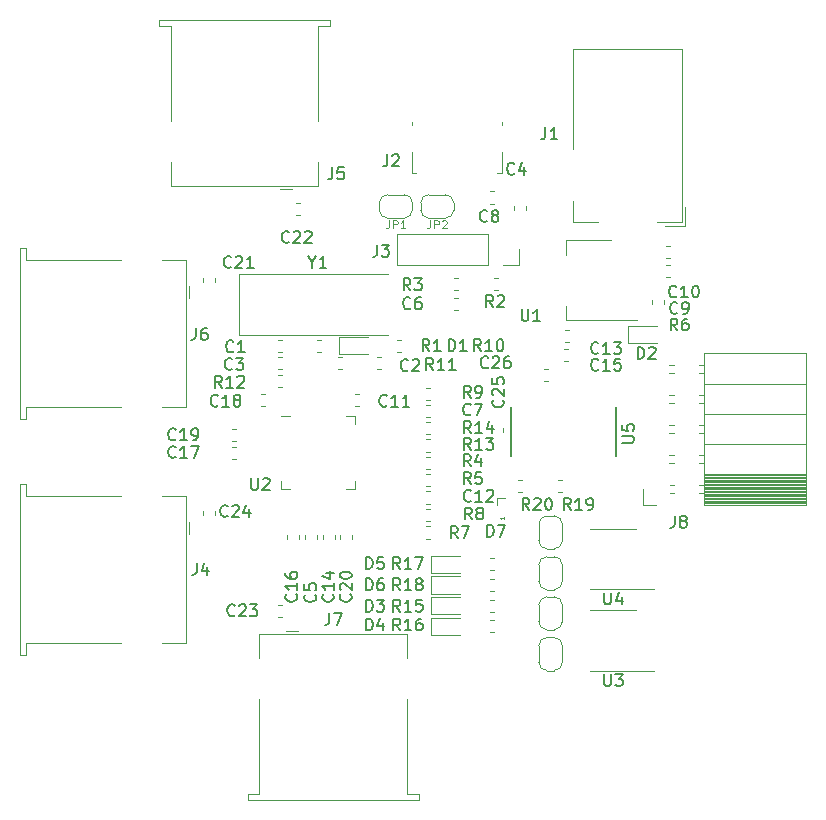
<source format=gbr>
G04 #@! TF.GenerationSoftware,KiCad,Pcbnew,5.1.5+dfsg1-2build2*
G04 #@! TF.CreationDate,2021-06-26T08:25:30+02:00*
G04 #@! TF.ProjectId,usb_switch,7573625f-7377-4697-9463-682e6b696361,rev?*
G04 #@! TF.SameCoordinates,Original*
G04 #@! TF.FileFunction,Legend,Top*
G04 #@! TF.FilePolarity,Positive*
%FSLAX46Y46*%
G04 Gerber Fmt 4.6, Leading zero omitted, Abs format (unit mm)*
G04 Created by KiCad (PCBNEW 5.1.5+dfsg1-2build2) date 2021-06-26 08:25:30*
%MOMM*%
%LPD*%
G04 APERTURE LIST*
%ADD10C,0.120000*%
%ADD11C,0.100000*%
%ADD12C,0.152400*%
%ADD13C,0.150000*%
%ADD14C,0.075000*%
G04 APERTURE END LIST*
D10*
X107010000Y-101250000D02*
X107010000Y-115750000D01*
X107010000Y-115750000D02*
X107510000Y-115750000D01*
X107510000Y-115750000D02*
X107510000Y-114750000D01*
X107510000Y-114750000D02*
X115510000Y-114750000D01*
X119010000Y-114750000D02*
X121010000Y-114750000D01*
X121010000Y-114750000D02*
X121010000Y-102250000D01*
X121010000Y-102250000D02*
X119010000Y-102250000D01*
X115510000Y-102250000D02*
X107510000Y-102250000D01*
X107510000Y-102250000D02*
X107510000Y-101250000D01*
X107510000Y-101250000D02*
X107010000Y-101250000D01*
X121260000Y-104500000D02*
X121260000Y-105500000D01*
X107010000Y-121250000D02*
X107010000Y-135750000D01*
X107010000Y-135750000D02*
X107510000Y-135750000D01*
X107510000Y-135750000D02*
X107510000Y-134750000D01*
X107510000Y-134750000D02*
X115510000Y-134750000D01*
X119010000Y-134750000D02*
X121010000Y-134750000D01*
X121010000Y-134750000D02*
X121010000Y-122250000D01*
X121010000Y-122250000D02*
X119010000Y-122250000D01*
X115510000Y-122250000D02*
X107510000Y-122250000D01*
X107510000Y-122250000D02*
X107510000Y-121250000D01*
X107510000Y-121250000D02*
X107010000Y-121250000D01*
X121260000Y-124500000D02*
X121260000Y-125500000D01*
X133250000Y-82010000D02*
X118750000Y-82010000D01*
X118750000Y-82010000D02*
X118750000Y-82510000D01*
X118750000Y-82510000D02*
X119750000Y-82510000D01*
X119750000Y-82510000D02*
X119750000Y-90510000D01*
X119750000Y-94010000D02*
X119750000Y-96010000D01*
X119750000Y-96010000D02*
X132250000Y-96010000D01*
X132250000Y-96010000D02*
X132250000Y-94010000D01*
X132250000Y-90510000D02*
X132250000Y-82510000D01*
X132250000Y-82510000D02*
X133250000Y-82510000D01*
X133250000Y-82510000D02*
X133250000Y-82010000D01*
X130000000Y-96260000D02*
X129000000Y-96260000D01*
X126250000Y-147990000D02*
X140750000Y-147990000D01*
X140750000Y-147990000D02*
X140750000Y-147490000D01*
X140750000Y-147490000D02*
X139750000Y-147490000D01*
X139750000Y-147490000D02*
X139750000Y-139490000D01*
X139750000Y-135990000D02*
X139750000Y-133990000D01*
X139750000Y-133990000D02*
X127250000Y-133990000D01*
X127250000Y-133990000D02*
X127250000Y-135990000D01*
X127250000Y-139490000D02*
X127250000Y-147490000D01*
X127250000Y-147490000D02*
X126250000Y-147490000D01*
X126250000Y-147490000D02*
X126250000Y-147990000D01*
X129500000Y-133740000D02*
X130500000Y-133740000D01*
X152837779Y-120890000D02*
X152512221Y-120890000D01*
X152837779Y-121910000D02*
X152512221Y-121910000D01*
D11*
X147400000Y-122400000D02*
X147400000Y-123050000D01*
X148050000Y-122400000D02*
X147400000Y-122400000D01*
D10*
X149153733Y-121910000D02*
X149496267Y-121910000D01*
X149153733Y-120890000D02*
X149496267Y-120890000D01*
X160860000Y-123010000D02*
X159750000Y-123010000D01*
X159750000Y-123010000D02*
X159750000Y-121680000D01*
X173490000Y-123010000D02*
X173490000Y-110190000D01*
X173490000Y-110190000D02*
X164860000Y-110190000D01*
X164860000Y-123010000D02*
X164860000Y-110190000D01*
X173490000Y-123010000D02*
X164860000Y-123010000D01*
X173490000Y-112790000D02*
X164860000Y-112790000D01*
X173490000Y-115330000D02*
X164860000Y-115330000D01*
X173490000Y-117870000D02*
X164860000Y-117870000D01*
X173490000Y-120410000D02*
X164860000Y-120410000D01*
X162350000Y-111160000D02*
X161910000Y-111160000D01*
X164860000Y-111160000D02*
X164450000Y-111160000D01*
X162350000Y-111880000D02*
X161910000Y-111880000D01*
X164860000Y-111880000D02*
X164450000Y-111880000D01*
X162350000Y-113700000D02*
X161910000Y-113700000D01*
X164860000Y-113700000D02*
X164450000Y-113700000D01*
X162350000Y-114420000D02*
X161910000Y-114420000D01*
X164860000Y-114420000D02*
X164450000Y-114420000D01*
X162350000Y-116240000D02*
X161910000Y-116240000D01*
X164860000Y-116240000D02*
X164450000Y-116240000D01*
X162350000Y-116960000D02*
X161910000Y-116960000D01*
X164860000Y-116960000D02*
X164450000Y-116960000D01*
X162350000Y-118780000D02*
X161910000Y-118780000D01*
X164860000Y-118780000D02*
X164450000Y-118780000D01*
X162350000Y-119500000D02*
X161910000Y-119500000D01*
X164860000Y-119500000D02*
X164450000Y-119500000D01*
X162350000Y-121320000D02*
X161970000Y-121320000D01*
X164860000Y-121320000D02*
X164450000Y-121320000D01*
X162350000Y-122040000D02*
X161970000Y-122040000D01*
X164860000Y-122040000D02*
X164450000Y-122040000D01*
X173490000Y-120528100D02*
X164860000Y-120528100D01*
X173490000Y-120646195D02*
X164860000Y-120646195D01*
X173490000Y-120764290D02*
X164860000Y-120764290D01*
X173490000Y-120882385D02*
X164860000Y-120882385D01*
X173490000Y-121000480D02*
X164860000Y-121000480D01*
X173490000Y-121118575D02*
X164860000Y-121118575D01*
X173490000Y-121236670D02*
X164860000Y-121236670D01*
X173490000Y-121354765D02*
X164860000Y-121354765D01*
X173490000Y-121472860D02*
X164860000Y-121472860D01*
X173490000Y-121590955D02*
X164860000Y-121590955D01*
X173490000Y-121709050D02*
X164860000Y-121709050D01*
X173490000Y-121827145D02*
X164860000Y-121827145D01*
X173490000Y-121945240D02*
X164860000Y-121945240D01*
X173490000Y-122063335D02*
X164860000Y-122063335D01*
X173490000Y-122181430D02*
X164860000Y-122181430D01*
X173490000Y-122299525D02*
X164860000Y-122299525D01*
X173490000Y-122417620D02*
X164860000Y-122417620D01*
X173490000Y-122535715D02*
X164860000Y-122535715D01*
X173490000Y-122653810D02*
X164860000Y-122653810D01*
X173490000Y-122771905D02*
X164860000Y-122771905D01*
X173490000Y-122890000D02*
X164860000Y-122890000D01*
X151696267Y-111490000D02*
X151353733Y-111490000D01*
X151696267Y-112510000D02*
X151353733Y-112510000D01*
X147910000Y-116846267D02*
X147910000Y-116503733D01*
X146890000Y-116846267D02*
X146890000Y-116503733D01*
D12*
X148548000Y-114723000D02*
X148548000Y-118877000D01*
X157452000Y-118877000D02*
X157452000Y-114723000D01*
D10*
X134585000Y-115490000D02*
X135310000Y-115490000D01*
X135310000Y-115490000D02*
X135310000Y-116215000D01*
X129815000Y-121710000D02*
X129090000Y-121710000D01*
X129090000Y-121710000D02*
X129090000Y-120985000D01*
X134585000Y-121710000D02*
X135310000Y-121710000D01*
X135310000Y-121710000D02*
X135310000Y-120985000D01*
X129815000Y-115490000D02*
X129090000Y-115490000D01*
X161510000Y-105703733D02*
X161510000Y-106046267D01*
X160490000Y-105703733D02*
X160490000Y-106046267D01*
X141353733Y-121890000D02*
X141696267Y-121890000D01*
X141353733Y-122910000D02*
X141696267Y-122910000D01*
X125500000Y-108600000D02*
X138100000Y-108600000D01*
X125500000Y-103500000D02*
X125500000Y-108600000D01*
X138100000Y-103500000D02*
X125500000Y-103500000D01*
X150900000Y-129500000D02*
X150900000Y-128100000D01*
X151600000Y-127400000D02*
X152200000Y-127400000D01*
X152900000Y-128100000D02*
X152900000Y-129500000D01*
X152200000Y-130200000D02*
X151600000Y-130200000D01*
X151600000Y-130200000D02*
G75*
G02X150900000Y-129500000I0J700000D01*
G01*
X152900000Y-129500000D02*
G75*
G02X152200000Y-130200000I-700000J0D01*
G01*
X152200000Y-127400000D02*
G75*
G02X152900000Y-128100000I0J-700000D01*
G01*
X150900000Y-128100000D02*
G75*
G02X151600000Y-127400000I700000J0D01*
G01*
X152900000Y-124650000D02*
X152900000Y-126050000D01*
X152200000Y-126750000D02*
X151600000Y-126750000D01*
X150900000Y-126050000D02*
X150900000Y-124650000D01*
X151600000Y-123950000D02*
X152200000Y-123950000D01*
X152200000Y-123950000D02*
G75*
G02X152900000Y-124650000I0J-700000D01*
G01*
X150900000Y-124650000D02*
G75*
G02X151600000Y-123950000I700000J0D01*
G01*
X151600000Y-126750000D02*
G75*
G02X150900000Y-126050000I0J700000D01*
G01*
X152900000Y-126050000D02*
G75*
G02X152200000Y-126750000I-700000J0D01*
G01*
X150900000Y-136350000D02*
X150900000Y-134950000D01*
X151600000Y-134250000D02*
X152200000Y-134250000D01*
X152900000Y-134950000D02*
X152900000Y-136350000D01*
X152200000Y-137050000D02*
X151600000Y-137050000D01*
X151600000Y-137050000D02*
G75*
G02X150900000Y-136350000I0J700000D01*
G01*
X152900000Y-136350000D02*
G75*
G02X152200000Y-137050000I-700000J0D01*
G01*
X152200000Y-134250000D02*
G75*
G02X152900000Y-134950000I0J-700000D01*
G01*
X150900000Y-134950000D02*
G75*
G02X151600000Y-134250000I700000J0D01*
G01*
X152900000Y-131500000D02*
X152900000Y-132900000D01*
X152200000Y-133600000D02*
X151600000Y-133600000D01*
X150900000Y-132900000D02*
X150900000Y-131500000D01*
X151600000Y-130800000D02*
X152200000Y-130800000D01*
X152200000Y-130800000D02*
G75*
G02X152900000Y-131500000I0J-700000D01*
G01*
X150900000Y-131500000D02*
G75*
G02X151600000Y-130800000I700000J0D01*
G01*
X151600000Y-133600000D02*
G75*
G02X150900000Y-132900000I0J700000D01*
G01*
X152900000Y-132900000D02*
G75*
G02X152200000Y-133600000I-700000J0D01*
G01*
X129146267Y-110060000D02*
X128803733Y-110060000D01*
X129146267Y-109040000D02*
X128803733Y-109040000D01*
X133903733Y-111560000D02*
X134246267Y-111560000D01*
X133903733Y-110540000D02*
X134246267Y-110540000D01*
X129196267Y-110540000D02*
X128853733Y-110540000D01*
X129196267Y-111560000D02*
X128853733Y-111560000D01*
X148790000Y-98046267D02*
X148790000Y-97703733D01*
X149810000Y-98046267D02*
X149810000Y-97703733D01*
X132110000Y-125578733D02*
X132110000Y-125921267D01*
X131090000Y-125578733D02*
X131090000Y-125921267D01*
X144071267Y-105490000D02*
X143728733Y-105490000D01*
X144071267Y-106510000D02*
X143728733Y-106510000D01*
X141353733Y-115575714D02*
X141696267Y-115575714D01*
X141353733Y-114555714D02*
X141696267Y-114555714D01*
X146728733Y-97510000D02*
X147071267Y-97510000D01*
X146728733Y-96490000D02*
X147071267Y-96490000D01*
X161703733Y-103710000D02*
X162046267Y-103710000D01*
X161703733Y-102690000D02*
X162046267Y-102690000D01*
X161703733Y-102110000D02*
X162046267Y-102110000D01*
X161703733Y-101090000D02*
X162046267Y-101090000D01*
X135378733Y-113640000D02*
X135721267Y-113640000D01*
X135378733Y-114660000D02*
X135721267Y-114660000D01*
X153371267Y-110810000D02*
X153028733Y-110810000D01*
X153371267Y-109790000D02*
X153028733Y-109790000D01*
X132590000Y-125578733D02*
X132590000Y-125921267D01*
X133610000Y-125578733D02*
X133610000Y-125921267D01*
X153421267Y-109260000D02*
X153078733Y-109260000D01*
X153421267Y-108240000D02*
X153078733Y-108240000D01*
X130610000Y-125578733D02*
X130610000Y-125921267D01*
X129590000Y-125578733D02*
X129590000Y-125921267D01*
X125271267Y-119110000D02*
X124928733Y-119110000D01*
X125271267Y-118090000D02*
X124928733Y-118090000D01*
X127721267Y-113640000D02*
X127378733Y-113640000D01*
X127721267Y-114660000D02*
X127378733Y-114660000D01*
X125246267Y-117610000D02*
X124903733Y-117610000D01*
X125246267Y-116590000D02*
X124903733Y-116590000D01*
X134090000Y-125578733D02*
X134090000Y-125921267D01*
X135110000Y-125578733D02*
X135110000Y-125921267D01*
X123510000Y-104171267D02*
X123510000Y-103828733D01*
X122490000Y-104171267D02*
X122490000Y-103828733D01*
X130328733Y-97490000D02*
X130671267Y-97490000D01*
X130328733Y-98510000D02*
X130671267Y-98510000D01*
X129171267Y-131490000D02*
X128828733Y-131490000D01*
X129171267Y-132510000D02*
X128828733Y-132510000D01*
X122490000Y-123921267D02*
X122490000Y-123578733D01*
X123510000Y-123921267D02*
X123510000Y-123578733D01*
X136475000Y-108815000D02*
X134015000Y-108815000D01*
X134015000Y-108815000D02*
X134015000Y-110285000D01*
X134015000Y-110285000D02*
X136475000Y-110285000D01*
X158415000Y-109335000D02*
X160875000Y-109335000D01*
X158415000Y-107865000D02*
X158415000Y-109335000D01*
X160875000Y-107865000D02*
X158415000Y-107865000D01*
X144250000Y-130815000D02*
X141790000Y-130815000D01*
X141790000Y-130815000D02*
X141790000Y-132285000D01*
X141790000Y-132285000D02*
X144250000Y-132285000D01*
X141790000Y-134035000D02*
X144250000Y-134035000D01*
X141790000Y-132565000D02*
X141790000Y-134035000D01*
X144250000Y-132565000D02*
X141790000Y-132565000D01*
X144250000Y-127315000D02*
X141790000Y-127315000D01*
X141790000Y-127315000D02*
X141790000Y-128785000D01*
X141790000Y-128785000D02*
X144250000Y-128785000D01*
X141790000Y-130535000D02*
X144250000Y-130535000D01*
X141790000Y-129065000D02*
X141790000Y-130535000D01*
X144250000Y-129065000D02*
X141790000Y-129065000D01*
X153800000Y-92900000D02*
X153800000Y-84400000D01*
X153800000Y-84400000D02*
X163000000Y-84400000D01*
X163000000Y-84400000D02*
X163000000Y-99100000D01*
X155900000Y-99100000D02*
X153800000Y-99100000D01*
X153800000Y-99100000D02*
X153800000Y-97300000D01*
X161600000Y-99400000D02*
X163300000Y-99400000D01*
X163300000Y-99400000D02*
X163300000Y-97800000D01*
X163000000Y-99100000D02*
X160900000Y-99100000D01*
X140140000Y-94910000D02*
X140520000Y-94910000D01*
X140140000Y-90860000D02*
X140140000Y-90600000D01*
X140140000Y-94910000D02*
X140140000Y-93140000D01*
X147760000Y-94910000D02*
X147380000Y-94910000D01*
X147760000Y-93140000D02*
X147760000Y-94910000D01*
X147760000Y-90600000D02*
X147760000Y-90860000D01*
X146610000Y-100070000D02*
X146610000Y-102730000D01*
X146610000Y-100070000D02*
X138930000Y-100070000D01*
X138930000Y-100070000D02*
X138930000Y-102730000D01*
X146610000Y-102730000D02*
X138930000Y-102730000D01*
X149210000Y-102730000D02*
X147880000Y-102730000D01*
X149210000Y-101400000D02*
X149210000Y-102730000D01*
X139500000Y-98750000D02*
X138100000Y-98750000D01*
X137400000Y-98050000D02*
X137400000Y-97450000D01*
X138100000Y-96750000D02*
X139500000Y-96750000D01*
X140200000Y-97450000D02*
X140200000Y-98050000D01*
X140200000Y-98050000D02*
G75*
G02X139500000Y-98750000I-700000J0D01*
G01*
X139500000Y-96750000D02*
G75*
G02X140200000Y-97450000I0J-700000D01*
G01*
X137400000Y-97450000D02*
G75*
G02X138100000Y-96750000I700000J0D01*
G01*
X138100000Y-98750000D02*
G75*
G02X137400000Y-98050000I0J700000D01*
G01*
X141600000Y-98750000D02*
G75*
G02X140900000Y-98050000I0J700000D01*
G01*
X140900000Y-97450000D02*
G75*
G02X141600000Y-96750000I700000J0D01*
G01*
X143000000Y-96750000D02*
G75*
G02X143700000Y-97450000I0J-700000D01*
G01*
X143700000Y-98050000D02*
G75*
G02X143000000Y-98750000I-700000J0D01*
G01*
X143700000Y-97450000D02*
X143700000Y-98050000D01*
X141600000Y-96750000D02*
X143000000Y-96750000D01*
X140900000Y-98050000D02*
X140900000Y-97450000D01*
X143000000Y-98750000D02*
X141600000Y-98750000D01*
X132128733Y-109040000D02*
X132471267Y-109040000D01*
X132128733Y-110060000D02*
X132471267Y-110060000D01*
X147103733Y-104810000D02*
X147446267Y-104810000D01*
X147103733Y-103790000D02*
X147446267Y-103790000D01*
X144071267Y-104810000D02*
X143728733Y-104810000D01*
X144071267Y-103790000D02*
X143728733Y-103790000D01*
X141696267Y-118952856D02*
X141353733Y-118952856D01*
X141696267Y-119972856D02*
X141353733Y-119972856D01*
X141353733Y-120418570D02*
X141696267Y-120418570D01*
X141353733Y-121438570D02*
X141696267Y-121438570D01*
X141696267Y-124849998D02*
X141353733Y-124849998D01*
X141696267Y-125869998D02*
X141353733Y-125869998D01*
X141353733Y-123384284D02*
X141696267Y-123384284D01*
X141353733Y-124404284D02*
X141696267Y-124404284D01*
X141696267Y-113090000D02*
X141353733Y-113090000D01*
X141696267Y-114110000D02*
X141353733Y-114110000D01*
X138878733Y-110060000D02*
X139221267Y-110060000D01*
X138878733Y-109040000D02*
X139221267Y-109040000D01*
X137571267Y-110540000D02*
X137228733Y-110540000D01*
X137571267Y-111560000D02*
X137228733Y-111560000D01*
X129196267Y-113060000D02*
X128853733Y-113060000D01*
X129196267Y-112040000D02*
X128853733Y-112040000D01*
X141696267Y-117487142D02*
X141353733Y-117487142D01*
X141696267Y-118507142D02*
X141353733Y-118507142D01*
X141353733Y-116021428D02*
X141696267Y-116021428D01*
X141353733Y-117041428D02*
X141696267Y-117041428D01*
X147121267Y-132060000D02*
X146778733Y-132060000D01*
X147121267Y-131040000D02*
X146778733Y-131040000D01*
X147146267Y-132790000D02*
X146803733Y-132790000D01*
X147146267Y-133810000D02*
X146803733Y-133810000D01*
X147121267Y-128560000D02*
X146778733Y-128560000D01*
X147121267Y-127540000D02*
X146778733Y-127540000D01*
X147121267Y-129290000D02*
X146778733Y-129290000D01*
X147121267Y-130310000D02*
X146778733Y-130310000D01*
X153240000Y-100590000D02*
X153240000Y-101850000D01*
X153240000Y-107410000D02*
X153240000Y-106150000D01*
X157000000Y-100590000D02*
X153240000Y-100590000D01*
X159250000Y-107410000D02*
X153240000Y-107410000D01*
X157200000Y-137060000D02*
X160650000Y-137060000D01*
X157200000Y-137060000D02*
X155250000Y-137060000D01*
X157200000Y-131940000D02*
X159150000Y-131940000D01*
X157200000Y-131940000D02*
X155250000Y-131940000D01*
X157200000Y-125040000D02*
X155250000Y-125040000D01*
X157200000Y-125040000D02*
X159150000Y-125040000D01*
X157200000Y-130160000D02*
X155250000Y-130160000D01*
X157200000Y-130160000D02*
X160650000Y-130160000D01*
D13*
X121866666Y-108052380D02*
X121866666Y-108766666D01*
X121819047Y-108909523D01*
X121723809Y-109004761D01*
X121580952Y-109052380D01*
X121485714Y-109052380D01*
X122771428Y-108052380D02*
X122580952Y-108052380D01*
X122485714Y-108100000D01*
X122438095Y-108147619D01*
X122342857Y-108290476D01*
X122295238Y-108480952D01*
X122295238Y-108861904D01*
X122342857Y-108957142D01*
X122390476Y-109004761D01*
X122485714Y-109052380D01*
X122676190Y-109052380D01*
X122771428Y-109004761D01*
X122819047Y-108957142D01*
X122866666Y-108861904D01*
X122866666Y-108623809D01*
X122819047Y-108528571D01*
X122771428Y-108480952D01*
X122676190Y-108433333D01*
X122485714Y-108433333D01*
X122390476Y-108480952D01*
X122342857Y-108528571D01*
X122295238Y-108623809D01*
X121926666Y-127952380D02*
X121926666Y-128666666D01*
X121879047Y-128809523D01*
X121783809Y-128904761D01*
X121640952Y-128952380D01*
X121545714Y-128952380D01*
X122831428Y-128285714D02*
X122831428Y-128952380D01*
X122593333Y-127904761D02*
X122355238Y-128619047D01*
X122974285Y-128619047D01*
X133416666Y-94452380D02*
X133416666Y-95166666D01*
X133369047Y-95309523D01*
X133273809Y-95404761D01*
X133130952Y-95452380D01*
X133035714Y-95452380D01*
X134369047Y-94452380D02*
X133892857Y-94452380D01*
X133845238Y-94928571D01*
X133892857Y-94880952D01*
X133988095Y-94833333D01*
X134226190Y-94833333D01*
X134321428Y-94880952D01*
X134369047Y-94928571D01*
X134416666Y-95023809D01*
X134416666Y-95261904D01*
X134369047Y-95357142D01*
X134321428Y-95404761D01*
X134226190Y-95452380D01*
X133988095Y-95452380D01*
X133892857Y-95404761D01*
X133845238Y-95357142D01*
X133166666Y-132192380D02*
X133166666Y-132906666D01*
X133119047Y-133049523D01*
X133023809Y-133144761D01*
X132880952Y-133192380D01*
X132785714Y-133192380D01*
X133547619Y-132192380D02*
X134214285Y-132192380D01*
X133785714Y-133192380D01*
X153607142Y-123452380D02*
X153273809Y-122976190D01*
X153035714Y-123452380D02*
X153035714Y-122452380D01*
X153416666Y-122452380D01*
X153511904Y-122500000D01*
X153559523Y-122547619D01*
X153607142Y-122642857D01*
X153607142Y-122785714D01*
X153559523Y-122880952D01*
X153511904Y-122928571D01*
X153416666Y-122976190D01*
X153035714Y-122976190D01*
X154559523Y-123452380D02*
X153988095Y-123452380D01*
X154273809Y-123452380D02*
X154273809Y-122452380D01*
X154178571Y-122595238D01*
X154083333Y-122690476D01*
X153988095Y-122738095D01*
X155035714Y-123452380D02*
X155226190Y-123452380D01*
X155321428Y-123404761D01*
X155369047Y-123357142D01*
X155464285Y-123214285D01*
X155511904Y-123023809D01*
X155511904Y-122642857D01*
X155464285Y-122547619D01*
X155416666Y-122500000D01*
X155321428Y-122452380D01*
X155130952Y-122452380D01*
X155035714Y-122500000D01*
X154988095Y-122547619D01*
X154940476Y-122642857D01*
X154940476Y-122880952D01*
X154988095Y-122976190D01*
X155035714Y-123023809D01*
X155130952Y-123071428D01*
X155321428Y-123071428D01*
X155416666Y-123023809D01*
X155464285Y-122976190D01*
X155511904Y-122880952D01*
X146511904Y-125702380D02*
X146511904Y-124702380D01*
X146750000Y-124702380D01*
X146892857Y-124750000D01*
X146988095Y-124845238D01*
X147035714Y-124940476D01*
X147083333Y-125130952D01*
X147083333Y-125273809D01*
X147035714Y-125464285D01*
X146988095Y-125559523D01*
X146892857Y-125654761D01*
X146750000Y-125702380D01*
X146511904Y-125702380D01*
X147416666Y-124702380D02*
X148083333Y-124702380D01*
X147654761Y-125702380D01*
D14*
X147935714Y-124089285D02*
X147935714Y-124260714D01*
X147935714Y-124175000D02*
X147635714Y-124175000D01*
X147678571Y-124203571D01*
X147707142Y-124232142D01*
X147721428Y-124260714D01*
D13*
X150107142Y-123452380D02*
X149773809Y-122976190D01*
X149535714Y-123452380D02*
X149535714Y-122452380D01*
X149916666Y-122452380D01*
X150011904Y-122500000D01*
X150059523Y-122547619D01*
X150107142Y-122642857D01*
X150107142Y-122785714D01*
X150059523Y-122880952D01*
X150011904Y-122928571D01*
X149916666Y-122976190D01*
X149535714Y-122976190D01*
X150488095Y-122547619D02*
X150535714Y-122500000D01*
X150630952Y-122452380D01*
X150869047Y-122452380D01*
X150964285Y-122500000D01*
X151011904Y-122547619D01*
X151059523Y-122642857D01*
X151059523Y-122738095D01*
X151011904Y-122880952D01*
X150440476Y-123452380D01*
X151059523Y-123452380D01*
X151678571Y-122452380D02*
X151773809Y-122452380D01*
X151869047Y-122500000D01*
X151916666Y-122547619D01*
X151964285Y-122642857D01*
X152011904Y-122833333D01*
X152011904Y-123071428D01*
X151964285Y-123261904D01*
X151916666Y-123357142D01*
X151869047Y-123404761D01*
X151773809Y-123452380D01*
X151678571Y-123452380D01*
X151583333Y-123404761D01*
X151535714Y-123357142D01*
X151488095Y-123261904D01*
X151440476Y-123071428D01*
X151440476Y-122833333D01*
X151488095Y-122642857D01*
X151535714Y-122547619D01*
X151583333Y-122500000D01*
X151678571Y-122452380D01*
X162416666Y-123952380D02*
X162416666Y-124666666D01*
X162369047Y-124809523D01*
X162273809Y-124904761D01*
X162130952Y-124952380D01*
X162035714Y-124952380D01*
X163035714Y-124380952D02*
X162940476Y-124333333D01*
X162892857Y-124285714D01*
X162845238Y-124190476D01*
X162845238Y-124142857D01*
X162892857Y-124047619D01*
X162940476Y-124000000D01*
X163035714Y-123952380D01*
X163226190Y-123952380D01*
X163321428Y-124000000D01*
X163369047Y-124047619D01*
X163416666Y-124142857D01*
X163416666Y-124190476D01*
X163369047Y-124285714D01*
X163321428Y-124333333D01*
X163226190Y-124380952D01*
X163035714Y-124380952D01*
X162940476Y-124428571D01*
X162892857Y-124476190D01*
X162845238Y-124571428D01*
X162845238Y-124761904D01*
X162892857Y-124857142D01*
X162940476Y-124904761D01*
X163035714Y-124952380D01*
X163226190Y-124952380D01*
X163321428Y-124904761D01*
X163369047Y-124857142D01*
X163416666Y-124761904D01*
X163416666Y-124571428D01*
X163369047Y-124476190D01*
X163321428Y-124428571D01*
X163226190Y-124380952D01*
X146607142Y-111357142D02*
X146559523Y-111404761D01*
X146416666Y-111452380D01*
X146321428Y-111452380D01*
X146178571Y-111404761D01*
X146083333Y-111309523D01*
X146035714Y-111214285D01*
X145988095Y-111023809D01*
X145988095Y-110880952D01*
X146035714Y-110690476D01*
X146083333Y-110595238D01*
X146178571Y-110500000D01*
X146321428Y-110452380D01*
X146416666Y-110452380D01*
X146559523Y-110500000D01*
X146607142Y-110547619D01*
X146988095Y-110547619D02*
X147035714Y-110500000D01*
X147130952Y-110452380D01*
X147369047Y-110452380D01*
X147464285Y-110500000D01*
X147511904Y-110547619D01*
X147559523Y-110642857D01*
X147559523Y-110738095D01*
X147511904Y-110880952D01*
X146940476Y-111452380D01*
X147559523Y-111452380D01*
X148416666Y-110452380D02*
X148226190Y-110452380D01*
X148130952Y-110500000D01*
X148083333Y-110547619D01*
X147988095Y-110690476D01*
X147940476Y-110880952D01*
X147940476Y-111261904D01*
X147988095Y-111357142D01*
X148035714Y-111404761D01*
X148130952Y-111452380D01*
X148321428Y-111452380D01*
X148416666Y-111404761D01*
X148464285Y-111357142D01*
X148511904Y-111261904D01*
X148511904Y-111023809D01*
X148464285Y-110928571D01*
X148416666Y-110880952D01*
X148321428Y-110833333D01*
X148130952Y-110833333D01*
X148035714Y-110880952D01*
X147988095Y-110928571D01*
X147940476Y-111023809D01*
X147857142Y-114142857D02*
X147904761Y-114190476D01*
X147952380Y-114333333D01*
X147952380Y-114428571D01*
X147904761Y-114571428D01*
X147809523Y-114666666D01*
X147714285Y-114714285D01*
X147523809Y-114761904D01*
X147380952Y-114761904D01*
X147190476Y-114714285D01*
X147095238Y-114666666D01*
X147000000Y-114571428D01*
X146952380Y-114428571D01*
X146952380Y-114333333D01*
X147000000Y-114190476D01*
X147047619Y-114142857D01*
X147047619Y-113761904D02*
X147000000Y-113714285D01*
X146952380Y-113619047D01*
X146952380Y-113380952D01*
X147000000Y-113285714D01*
X147047619Y-113238095D01*
X147142857Y-113190476D01*
X147238095Y-113190476D01*
X147380952Y-113238095D01*
X147952380Y-113809523D01*
X147952380Y-113190476D01*
X146952380Y-112285714D02*
X146952380Y-112761904D01*
X147428571Y-112809523D01*
X147380952Y-112761904D01*
X147333333Y-112666666D01*
X147333333Y-112428571D01*
X147380952Y-112333333D01*
X147428571Y-112285714D01*
X147523809Y-112238095D01*
X147761904Y-112238095D01*
X147857142Y-112285714D01*
X147904761Y-112333333D01*
X147952380Y-112428571D01*
X147952380Y-112666666D01*
X147904761Y-112761904D01*
X147857142Y-112809523D01*
X157952380Y-117761904D02*
X158761904Y-117761904D01*
X158857142Y-117714285D01*
X158904761Y-117666666D01*
X158952380Y-117571428D01*
X158952380Y-117380952D01*
X158904761Y-117285714D01*
X158857142Y-117238095D01*
X158761904Y-117190476D01*
X157952380Y-117190476D01*
X157952380Y-116238095D02*
X157952380Y-116714285D01*
X158428571Y-116761904D01*
X158380952Y-116714285D01*
X158333333Y-116619047D01*
X158333333Y-116380952D01*
X158380952Y-116285714D01*
X158428571Y-116238095D01*
X158523809Y-116190476D01*
X158761904Y-116190476D01*
X158857142Y-116238095D01*
X158904761Y-116285714D01*
X158952380Y-116380952D01*
X158952380Y-116619047D01*
X158904761Y-116714285D01*
X158857142Y-116761904D01*
X126538095Y-120752380D02*
X126538095Y-121561904D01*
X126585714Y-121657142D01*
X126633333Y-121704761D01*
X126728571Y-121752380D01*
X126919047Y-121752380D01*
X127014285Y-121704761D01*
X127061904Y-121657142D01*
X127109523Y-121561904D01*
X127109523Y-120752380D01*
X127538095Y-120847619D02*
X127585714Y-120800000D01*
X127680952Y-120752380D01*
X127919047Y-120752380D01*
X128014285Y-120800000D01*
X128061904Y-120847619D01*
X128109523Y-120942857D01*
X128109523Y-121038095D01*
X128061904Y-121180952D01*
X127490476Y-121752380D01*
X128109523Y-121752380D01*
X162633333Y-108252380D02*
X162300000Y-107776190D01*
X162061904Y-108252380D02*
X162061904Y-107252380D01*
X162442857Y-107252380D01*
X162538095Y-107300000D01*
X162585714Y-107347619D01*
X162633333Y-107442857D01*
X162633333Y-107585714D01*
X162585714Y-107680952D01*
X162538095Y-107728571D01*
X162442857Y-107776190D01*
X162061904Y-107776190D01*
X163490476Y-107252380D02*
X163300000Y-107252380D01*
X163204761Y-107300000D01*
X163157142Y-107347619D01*
X163061904Y-107490476D01*
X163014285Y-107680952D01*
X163014285Y-108061904D01*
X163061904Y-108157142D01*
X163109523Y-108204761D01*
X163204761Y-108252380D01*
X163395238Y-108252380D01*
X163490476Y-108204761D01*
X163538095Y-108157142D01*
X163585714Y-108061904D01*
X163585714Y-107823809D01*
X163538095Y-107728571D01*
X163490476Y-107680952D01*
X163395238Y-107633333D01*
X163204761Y-107633333D01*
X163109523Y-107680952D01*
X163061904Y-107728571D01*
X163014285Y-107823809D01*
X145157142Y-122657142D02*
X145109523Y-122704761D01*
X144966666Y-122752380D01*
X144871428Y-122752380D01*
X144728571Y-122704761D01*
X144633333Y-122609523D01*
X144585714Y-122514285D01*
X144538095Y-122323809D01*
X144538095Y-122180952D01*
X144585714Y-121990476D01*
X144633333Y-121895238D01*
X144728571Y-121800000D01*
X144871428Y-121752380D01*
X144966666Y-121752380D01*
X145109523Y-121800000D01*
X145157142Y-121847619D01*
X146109523Y-122752380D02*
X145538095Y-122752380D01*
X145823809Y-122752380D02*
X145823809Y-121752380D01*
X145728571Y-121895238D01*
X145633333Y-121990476D01*
X145538095Y-122038095D01*
X146490476Y-121847619D02*
X146538095Y-121800000D01*
X146633333Y-121752380D01*
X146871428Y-121752380D01*
X146966666Y-121800000D01*
X147014285Y-121847619D01*
X147061904Y-121942857D01*
X147061904Y-122038095D01*
X147014285Y-122180952D01*
X146442857Y-122752380D01*
X147061904Y-122752380D01*
X131723809Y-102476190D02*
X131723809Y-102952380D01*
X131390476Y-101952380D02*
X131723809Y-102476190D01*
X132057142Y-101952380D01*
X132914285Y-102952380D02*
X132342857Y-102952380D01*
X132628571Y-102952380D02*
X132628571Y-101952380D01*
X132533333Y-102095238D01*
X132438095Y-102190476D01*
X132342857Y-102238095D01*
X125033333Y-110007142D02*
X124985714Y-110054761D01*
X124842857Y-110102380D01*
X124747619Y-110102380D01*
X124604761Y-110054761D01*
X124509523Y-109959523D01*
X124461904Y-109864285D01*
X124414285Y-109673809D01*
X124414285Y-109530952D01*
X124461904Y-109340476D01*
X124509523Y-109245238D01*
X124604761Y-109150000D01*
X124747619Y-109102380D01*
X124842857Y-109102380D01*
X124985714Y-109150000D01*
X125033333Y-109197619D01*
X125985714Y-110102380D02*
X125414285Y-110102380D01*
X125700000Y-110102380D02*
X125700000Y-109102380D01*
X125604761Y-109245238D01*
X125509523Y-109340476D01*
X125414285Y-109388095D01*
X139833333Y-111607142D02*
X139785714Y-111654761D01*
X139642857Y-111702380D01*
X139547619Y-111702380D01*
X139404761Y-111654761D01*
X139309523Y-111559523D01*
X139261904Y-111464285D01*
X139214285Y-111273809D01*
X139214285Y-111130952D01*
X139261904Y-110940476D01*
X139309523Y-110845238D01*
X139404761Y-110750000D01*
X139547619Y-110702380D01*
X139642857Y-110702380D01*
X139785714Y-110750000D01*
X139833333Y-110797619D01*
X140214285Y-110797619D02*
X140261904Y-110750000D01*
X140357142Y-110702380D01*
X140595238Y-110702380D01*
X140690476Y-110750000D01*
X140738095Y-110797619D01*
X140785714Y-110892857D01*
X140785714Y-110988095D01*
X140738095Y-111130952D01*
X140166666Y-111702380D01*
X140785714Y-111702380D01*
X124933333Y-111507142D02*
X124885714Y-111554761D01*
X124742857Y-111602380D01*
X124647619Y-111602380D01*
X124504761Y-111554761D01*
X124409523Y-111459523D01*
X124361904Y-111364285D01*
X124314285Y-111173809D01*
X124314285Y-111030952D01*
X124361904Y-110840476D01*
X124409523Y-110745238D01*
X124504761Y-110650000D01*
X124647619Y-110602380D01*
X124742857Y-110602380D01*
X124885714Y-110650000D01*
X124933333Y-110697619D01*
X125266666Y-110602380D02*
X125885714Y-110602380D01*
X125552380Y-110983333D01*
X125695238Y-110983333D01*
X125790476Y-111030952D01*
X125838095Y-111078571D01*
X125885714Y-111173809D01*
X125885714Y-111411904D01*
X125838095Y-111507142D01*
X125790476Y-111554761D01*
X125695238Y-111602380D01*
X125409523Y-111602380D01*
X125314285Y-111554761D01*
X125266666Y-111507142D01*
X148833333Y-94957142D02*
X148785714Y-95004761D01*
X148642857Y-95052380D01*
X148547619Y-95052380D01*
X148404761Y-95004761D01*
X148309523Y-94909523D01*
X148261904Y-94814285D01*
X148214285Y-94623809D01*
X148214285Y-94480952D01*
X148261904Y-94290476D01*
X148309523Y-94195238D01*
X148404761Y-94100000D01*
X148547619Y-94052380D01*
X148642857Y-94052380D01*
X148785714Y-94100000D01*
X148833333Y-94147619D01*
X149690476Y-94385714D02*
X149690476Y-95052380D01*
X149452380Y-94004761D02*
X149214285Y-94719047D01*
X149833333Y-94719047D01*
X131957142Y-130616666D02*
X132004761Y-130664285D01*
X132052380Y-130807142D01*
X132052380Y-130902380D01*
X132004761Y-131045238D01*
X131909523Y-131140476D01*
X131814285Y-131188095D01*
X131623809Y-131235714D01*
X131480952Y-131235714D01*
X131290476Y-131188095D01*
X131195238Y-131140476D01*
X131100000Y-131045238D01*
X131052380Y-130902380D01*
X131052380Y-130807142D01*
X131100000Y-130664285D01*
X131147619Y-130616666D01*
X131052380Y-129711904D02*
X131052380Y-130188095D01*
X131528571Y-130235714D01*
X131480952Y-130188095D01*
X131433333Y-130092857D01*
X131433333Y-129854761D01*
X131480952Y-129759523D01*
X131528571Y-129711904D01*
X131623809Y-129664285D01*
X131861904Y-129664285D01*
X131957142Y-129711904D01*
X132004761Y-129759523D01*
X132052380Y-129854761D01*
X132052380Y-130092857D01*
X132004761Y-130188095D01*
X131957142Y-130235714D01*
X140033333Y-106357142D02*
X139985714Y-106404761D01*
X139842857Y-106452380D01*
X139747619Y-106452380D01*
X139604761Y-106404761D01*
X139509523Y-106309523D01*
X139461904Y-106214285D01*
X139414285Y-106023809D01*
X139414285Y-105880952D01*
X139461904Y-105690476D01*
X139509523Y-105595238D01*
X139604761Y-105500000D01*
X139747619Y-105452380D01*
X139842857Y-105452380D01*
X139985714Y-105500000D01*
X140033333Y-105547619D01*
X140890476Y-105452380D02*
X140700000Y-105452380D01*
X140604761Y-105500000D01*
X140557142Y-105547619D01*
X140461904Y-105690476D01*
X140414285Y-105880952D01*
X140414285Y-106261904D01*
X140461904Y-106357142D01*
X140509523Y-106404761D01*
X140604761Y-106452380D01*
X140795238Y-106452380D01*
X140890476Y-106404761D01*
X140938095Y-106357142D01*
X140985714Y-106261904D01*
X140985714Y-106023809D01*
X140938095Y-105928571D01*
X140890476Y-105880952D01*
X140795238Y-105833333D01*
X140604761Y-105833333D01*
X140509523Y-105880952D01*
X140461904Y-105928571D01*
X140414285Y-106023809D01*
X145133333Y-115357142D02*
X145085714Y-115404761D01*
X144942857Y-115452380D01*
X144847619Y-115452380D01*
X144704761Y-115404761D01*
X144609523Y-115309523D01*
X144561904Y-115214285D01*
X144514285Y-115023809D01*
X144514285Y-114880952D01*
X144561904Y-114690476D01*
X144609523Y-114595238D01*
X144704761Y-114500000D01*
X144847619Y-114452380D01*
X144942857Y-114452380D01*
X145085714Y-114500000D01*
X145133333Y-114547619D01*
X145466666Y-114452380D02*
X146133333Y-114452380D01*
X145704761Y-115452380D01*
X146533333Y-98957142D02*
X146485714Y-99004761D01*
X146342857Y-99052380D01*
X146247619Y-99052380D01*
X146104761Y-99004761D01*
X146009523Y-98909523D01*
X145961904Y-98814285D01*
X145914285Y-98623809D01*
X145914285Y-98480952D01*
X145961904Y-98290476D01*
X146009523Y-98195238D01*
X146104761Y-98100000D01*
X146247619Y-98052380D01*
X146342857Y-98052380D01*
X146485714Y-98100000D01*
X146533333Y-98147619D01*
X147104761Y-98480952D02*
X147009523Y-98433333D01*
X146961904Y-98385714D01*
X146914285Y-98290476D01*
X146914285Y-98242857D01*
X146961904Y-98147619D01*
X147009523Y-98100000D01*
X147104761Y-98052380D01*
X147295238Y-98052380D01*
X147390476Y-98100000D01*
X147438095Y-98147619D01*
X147485714Y-98242857D01*
X147485714Y-98290476D01*
X147438095Y-98385714D01*
X147390476Y-98433333D01*
X147295238Y-98480952D01*
X147104761Y-98480952D01*
X147009523Y-98528571D01*
X146961904Y-98576190D01*
X146914285Y-98671428D01*
X146914285Y-98861904D01*
X146961904Y-98957142D01*
X147009523Y-99004761D01*
X147104761Y-99052380D01*
X147295238Y-99052380D01*
X147390476Y-99004761D01*
X147438095Y-98957142D01*
X147485714Y-98861904D01*
X147485714Y-98671428D01*
X147438095Y-98576190D01*
X147390476Y-98528571D01*
X147295238Y-98480952D01*
X162633333Y-106757142D02*
X162585714Y-106804761D01*
X162442857Y-106852380D01*
X162347619Y-106852380D01*
X162204761Y-106804761D01*
X162109523Y-106709523D01*
X162061904Y-106614285D01*
X162014285Y-106423809D01*
X162014285Y-106280952D01*
X162061904Y-106090476D01*
X162109523Y-105995238D01*
X162204761Y-105900000D01*
X162347619Y-105852380D01*
X162442857Y-105852380D01*
X162585714Y-105900000D01*
X162633333Y-105947619D01*
X163109523Y-106852380D02*
X163300000Y-106852380D01*
X163395238Y-106804761D01*
X163442857Y-106757142D01*
X163538095Y-106614285D01*
X163585714Y-106423809D01*
X163585714Y-106042857D01*
X163538095Y-105947619D01*
X163490476Y-105900000D01*
X163395238Y-105852380D01*
X163204761Y-105852380D01*
X163109523Y-105900000D01*
X163061904Y-105947619D01*
X163014285Y-106042857D01*
X163014285Y-106280952D01*
X163061904Y-106376190D01*
X163109523Y-106423809D01*
X163204761Y-106471428D01*
X163395238Y-106471428D01*
X163490476Y-106423809D01*
X163538095Y-106376190D01*
X163585714Y-106280952D01*
X162557142Y-105357142D02*
X162509523Y-105404761D01*
X162366666Y-105452380D01*
X162271428Y-105452380D01*
X162128571Y-105404761D01*
X162033333Y-105309523D01*
X161985714Y-105214285D01*
X161938095Y-105023809D01*
X161938095Y-104880952D01*
X161985714Y-104690476D01*
X162033333Y-104595238D01*
X162128571Y-104500000D01*
X162271428Y-104452380D01*
X162366666Y-104452380D01*
X162509523Y-104500000D01*
X162557142Y-104547619D01*
X163509523Y-105452380D02*
X162938095Y-105452380D01*
X163223809Y-105452380D02*
X163223809Y-104452380D01*
X163128571Y-104595238D01*
X163033333Y-104690476D01*
X162938095Y-104738095D01*
X164128571Y-104452380D02*
X164223809Y-104452380D01*
X164319047Y-104500000D01*
X164366666Y-104547619D01*
X164414285Y-104642857D01*
X164461904Y-104833333D01*
X164461904Y-105071428D01*
X164414285Y-105261904D01*
X164366666Y-105357142D01*
X164319047Y-105404761D01*
X164223809Y-105452380D01*
X164128571Y-105452380D01*
X164033333Y-105404761D01*
X163985714Y-105357142D01*
X163938095Y-105261904D01*
X163890476Y-105071428D01*
X163890476Y-104833333D01*
X163938095Y-104642857D01*
X163985714Y-104547619D01*
X164033333Y-104500000D01*
X164128571Y-104452380D01*
X138032142Y-114607142D02*
X137984523Y-114654761D01*
X137841666Y-114702380D01*
X137746428Y-114702380D01*
X137603571Y-114654761D01*
X137508333Y-114559523D01*
X137460714Y-114464285D01*
X137413095Y-114273809D01*
X137413095Y-114130952D01*
X137460714Y-113940476D01*
X137508333Y-113845238D01*
X137603571Y-113750000D01*
X137746428Y-113702380D01*
X137841666Y-113702380D01*
X137984523Y-113750000D01*
X138032142Y-113797619D01*
X138984523Y-114702380D02*
X138413095Y-114702380D01*
X138698809Y-114702380D02*
X138698809Y-113702380D01*
X138603571Y-113845238D01*
X138508333Y-113940476D01*
X138413095Y-113988095D01*
X139936904Y-114702380D02*
X139365476Y-114702380D01*
X139651190Y-114702380D02*
X139651190Y-113702380D01*
X139555952Y-113845238D01*
X139460714Y-113940476D01*
X139365476Y-113988095D01*
X155957142Y-110157142D02*
X155909523Y-110204761D01*
X155766666Y-110252380D01*
X155671428Y-110252380D01*
X155528571Y-110204761D01*
X155433333Y-110109523D01*
X155385714Y-110014285D01*
X155338095Y-109823809D01*
X155338095Y-109680952D01*
X155385714Y-109490476D01*
X155433333Y-109395238D01*
X155528571Y-109300000D01*
X155671428Y-109252380D01*
X155766666Y-109252380D01*
X155909523Y-109300000D01*
X155957142Y-109347619D01*
X156909523Y-110252380D02*
X156338095Y-110252380D01*
X156623809Y-110252380D02*
X156623809Y-109252380D01*
X156528571Y-109395238D01*
X156433333Y-109490476D01*
X156338095Y-109538095D01*
X157242857Y-109252380D02*
X157861904Y-109252380D01*
X157528571Y-109633333D01*
X157671428Y-109633333D01*
X157766666Y-109680952D01*
X157814285Y-109728571D01*
X157861904Y-109823809D01*
X157861904Y-110061904D01*
X157814285Y-110157142D01*
X157766666Y-110204761D01*
X157671428Y-110252380D01*
X157385714Y-110252380D01*
X157290476Y-110204761D01*
X157242857Y-110157142D01*
X133457142Y-130592857D02*
X133504761Y-130640476D01*
X133552380Y-130783333D01*
X133552380Y-130878571D01*
X133504761Y-131021428D01*
X133409523Y-131116666D01*
X133314285Y-131164285D01*
X133123809Y-131211904D01*
X132980952Y-131211904D01*
X132790476Y-131164285D01*
X132695238Y-131116666D01*
X132600000Y-131021428D01*
X132552380Y-130878571D01*
X132552380Y-130783333D01*
X132600000Y-130640476D01*
X132647619Y-130592857D01*
X133552380Y-129640476D02*
X133552380Y-130211904D01*
X133552380Y-129926190D02*
X132552380Y-129926190D01*
X132695238Y-130021428D01*
X132790476Y-130116666D01*
X132838095Y-130211904D01*
X132885714Y-128783333D02*
X133552380Y-128783333D01*
X132504761Y-129021428D02*
X133219047Y-129259523D01*
X133219047Y-128640476D01*
X155957142Y-111557142D02*
X155909523Y-111604761D01*
X155766666Y-111652380D01*
X155671428Y-111652380D01*
X155528571Y-111604761D01*
X155433333Y-111509523D01*
X155385714Y-111414285D01*
X155338095Y-111223809D01*
X155338095Y-111080952D01*
X155385714Y-110890476D01*
X155433333Y-110795238D01*
X155528571Y-110700000D01*
X155671428Y-110652380D01*
X155766666Y-110652380D01*
X155909523Y-110700000D01*
X155957142Y-110747619D01*
X156909523Y-111652380D02*
X156338095Y-111652380D01*
X156623809Y-111652380D02*
X156623809Y-110652380D01*
X156528571Y-110795238D01*
X156433333Y-110890476D01*
X156338095Y-110938095D01*
X157814285Y-110652380D02*
X157338095Y-110652380D01*
X157290476Y-111128571D01*
X157338095Y-111080952D01*
X157433333Y-111033333D01*
X157671428Y-111033333D01*
X157766666Y-111080952D01*
X157814285Y-111128571D01*
X157861904Y-111223809D01*
X157861904Y-111461904D01*
X157814285Y-111557142D01*
X157766666Y-111604761D01*
X157671428Y-111652380D01*
X157433333Y-111652380D01*
X157338095Y-111604761D01*
X157290476Y-111557142D01*
X130357142Y-130592857D02*
X130404761Y-130640476D01*
X130452380Y-130783333D01*
X130452380Y-130878571D01*
X130404761Y-131021428D01*
X130309523Y-131116666D01*
X130214285Y-131164285D01*
X130023809Y-131211904D01*
X129880952Y-131211904D01*
X129690476Y-131164285D01*
X129595238Y-131116666D01*
X129500000Y-131021428D01*
X129452380Y-130878571D01*
X129452380Y-130783333D01*
X129500000Y-130640476D01*
X129547619Y-130592857D01*
X130452380Y-129640476D02*
X130452380Y-130211904D01*
X130452380Y-129926190D02*
X129452380Y-129926190D01*
X129595238Y-130021428D01*
X129690476Y-130116666D01*
X129738095Y-130211904D01*
X129452380Y-128783333D02*
X129452380Y-128973809D01*
X129500000Y-129069047D01*
X129547619Y-129116666D01*
X129690476Y-129211904D01*
X129880952Y-129259523D01*
X130261904Y-129259523D01*
X130357142Y-129211904D01*
X130404761Y-129164285D01*
X130452380Y-129069047D01*
X130452380Y-128878571D01*
X130404761Y-128783333D01*
X130357142Y-128735714D01*
X130261904Y-128688095D01*
X130023809Y-128688095D01*
X129928571Y-128735714D01*
X129880952Y-128783333D01*
X129833333Y-128878571D01*
X129833333Y-129069047D01*
X129880952Y-129164285D01*
X129928571Y-129211904D01*
X130023809Y-129259523D01*
X120157142Y-118957142D02*
X120109523Y-119004761D01*
X119966666Y-119052380D01*
X119871428Y-119052380D01*
X119728571Y-119004761D01*
X119633333Y-118909523D01*
X119585714Y-118814285D01*
X119538095Y-118623809D01*
X119538095Y-118480952D01*
X119585714Y-118290476D01*
X119633333Y-118195238D01*
X119728571Y-118100000D01*
X119871428Y-118052380D01*
X119966666Y-118052380D01*
X120109523Y-118100000D01*
X120157142Y-118147619D01*
X121109523Y-119052380D02*
X120538095Y-119052380D01*
X120823809Y-119052380D02*
X120823809Y-118052380D01*
X120728571Y-118195238D01*
X120633333Y-118290476D01*
X120538095Y-118338095D01*
X121442857Y-118052380D02*
X122109523Y-118052380D01*
X121680952Y-119052380D01*
X123732142Y-114607142D02*
X123684523Y-114654761D01*
X123541666Y-114702380D01*
X123446428Y-114702380D01*
X123303571Y-114654761D01*
X123208333Y-114559523D01*
X123160714Y-114464285D01*
X123113095Y-114273809D01*
X123113095Y-114130952D01*
X123160714Y-113940476D01*
X123208333Y-113845238D01*
X123303571Y-113750000D01*
X123446428Y-113702380D01*
X123541666Y-113702380D01*
X123684523Y-113750000D01*
X123732142Y-113797619D01*
X124684523Y-114702380D02*
X124113095Y-114702380D01*
X124398809Y-114702380D02*
X124398809Y-113702380D01*
X124303571Y-113845238D01*
X124208333Y-113940476D01*
X124113095Y-113988095D01*
X125255952Y-114130952D02*
X125160714Y-114083333D01*
X125113095Y-114035714D01*
X125065476Y-113940476D01*
X125065476Y-113892857D01*
X125113095Y-113797619D01*
X125160714Y-113750000D01*
X125255952Y-113702380D01*
X125446428Y-113702380D01*
X125541666Y-113750000D01*
X125589285Y-113797619D01*
X125636904Y-113892857D01*
X125636904Y-113940476D01*
X125589285Y-114035714D01*
X125541666Y-114083333D01*
X125446428Y-114130952D01*
X125255952Y-114130952D01*
X125160714Y-114178571D01*
X125113095Y-114226190D01*
X125065476Y-114321428D01*
X125065476Y-114511904D01*
X125113095Y-114607142D01*
X125160714Y-114654761D01*
X125255952Y-114702380D01*
X125446428Y-114702380D01*
X125541666Y-114654761D01*
X125589285Y-114607142D01*
X125636904Y-114511904D01*
X125636904Y-114321428D01*
X125589285Y-114226190D01*
X125541666Y-114178571D01*
X125446428Y-114130952D01*
X120157142Y-117457142D02*
X120109523Y-117504761D01*
X119966666Y-117552380D01*
X119871428Y-117552380D01*
X119728571Y-117504761D01*
X119633333Y-117409523D01*
X119585714Y-117314285D01*
X119538095Y-117123809D01*
X119538095Y-116980952D01*
X119585714Y-116790476D01*
X119633333Y-116695238D01*
X119728571Y-116600000D01*
X119871428Y-116552380D01*
X119966666Y-116552380D01*
X120109523Y-116600000D01*
X120157142Y-116647619D01*
X121109523Y-117552380D02*
X120538095Y-117552380D01*
X120823809Y-117552380D02*
X120823809Y-116552380D01*
X120728571Y-116695238D01*
X120633333Y-116790476D01*
X120538095Y-116838095D01*
X121585714Y-117552380D02*
X121776190Y-117552380D01*
X121871428Y-117504761D01*
X121919047Y-117457142D01*
X122014285Y-117314285D01*
X122061904Y-117123809D01*
X122061904Y-116742857D01*
X122014285Y-116647619D01*
X121966666Y-116600000D01*
X121871428Y-116552380D01*
X121680952Y-116552380D01*
X121585714Y-116600000D01*
X121538095Y-116647619D01*
X121490476Y-116742857D01*
X121490476Y-116980952D01*
X121538095Y-117076190D01*
X121585714Y-117123809D01*
X121680952Y-117171428D01*
X121871428Y-117171428D01*
X121966666Y-117123809D01*
X122014285Y-117076190D01*
X122061904Y-116980952D01*
X134957142Y-130592857D02*
X135004761Y-130640476D01*
X135052380Y-130783333D01*
X135052380Y-130878571D01*
X135004761Y-131021428D01*
X134909523Y-131116666D01*
X134814285Y-131164285D01*
X134623809Y-131211904D01*
X134480952Y-131211904D01*
X134290476Y-131164285D01*
X134195238Y-131116666D01*
X134100000Y-131021428D01*
X134052380Y-130878571D01*
X134052380Y-130783333D01*
X134100000Y-130640476D01*
X134147619Y-130592857D01*
X134147619Y-130211904D02*
X134100000Y-130164285D01*
X134052380Y-130069047D01*
X134052380Y-129830952D01*
X134100000Y-129735714D01*
X134147619Y-129688095D01*
X134242857Y-129640476D01*
X134338095Y-129640476D01*
X134480952Y-129688095D01*
X135052380Y-130259523D01*
X135052380Y-129640476D01*
X134052380Y-129021428D02*
X134052380Y-128926190D01*
X134100000Y-128830952D01*
X134147619Y-128783333D01*
X134242857Y-128735714D01*
X134433333Y-128688095D01*
X134671428Y-128688095D01*
X134861904Y-128735714D01*
X134957142Y-128783333D01*
X135004761Y-128830952D01*
X135052380Y-128926190D01*
X135052380Y-129021428D01*
X135004761Y-129116666D01*
X134957142Y-129164285D01*
X134861904Y-129211904D01*
X134671428Y-129259523D01*
X134433333Y-129259523D01*
X134242857Y-129211904D01*
X134147619Y-129164285D01*
X134100000Y-129116666D01*
X134052380Y-129021428D01*
X124857142Y-102857142D02*
X124809523Y-102904761D01*
X124666666Y-102952380D01*
X124571428Y-102952380D01*
X124428571Y-102904761D01*
X124333333Y-102809523D01*
X124285714Y-102714285D01*
X124238095Y-102523809D01*
X124238095Y-102380952D01*
X124285714Y-102190476D01*
X124333333Y-102095238D01*
X124428571Y-102000000D01*
X124571428Y-101952380D01*
X124666666Y-101952380D01*
X124809523Y-102000000D01*
X124857142Y-102047619D01*
X125238095Y-102047619D02*
X125285714Y-102000000D01*
X125380952Y-101952380D01*
X125619047Y-101952380D01*
X125714285Y-102000000D01*
X125761904Y-102047619D01*
X125809523Y-102142857D01*
X125809523Y-102238095D01*
X125761904Y-102380952D01*
X125190476Y-102952380D01*
X125809523Y-102952380D01*
X126761904Y-102952380D02*
X126190476Y-102952380D01*
X126476190Y-102952380D02*
X126476190Y-101952380D01*
X126380952Y-102095238D01*
X126285714Y-102190476D01*
X126190476Y-102238095D01*
X129757142Y-100757142D02*
X129709523Y-100804761D01*
X129566666Y-100852380D01*
X129471428Y-100852380D01*
X129328571Y-100804761D01*
X129233333Y-100709523D01*
X129185714Y-100614285D01*
X129138095Y-100423809D01*
X129138095Y-100280952D01*
X129185714Y-100090476D01*
X129233333Y-99995238D01*
X129328571Y-99900000D01*
X129471428Y-99852380D01*
X129566666Y-99852380D01*
X129709523Y-99900000D01*
X129757142Y-99947619D01*
X130138095Y-99947619D02*
X130185714Y-99900000D01*
X130280952Y-99852380D01*
X130519047Y-99852380D01*
X130614285Y-99900000D01*
X130661904Y-99947619D01*
X130709523Y-100042857D01*
X130709523Y-100138095D01*
X130661904Y-100280952D01*
X130090476Y-100852380D01*
X130709523Y-100852380D01*
X131090476Y-99947619D02*
X131138095Y-99900000D01*
X131233333Y-99852380D01*
X131471428Y-99852380D01*
X131566666Y-99900000D01*
X131614285Y-99947619D01*
X131661904Y-100042857D01*
X131661904Y-100138095D01*
X131614285Y-100280952D01*
X131042857Y-100852380D01*
X131661904Y-100852380D01*
X125157142Y-132357142D02*
X125109523Y-132404761D01*
X124966666Y-132452380D01*
X124871428Y-132452380D01*
X124728571Y-132404761D01*
X124633333Y-132309523D01*
X124585714Y-132214285D01*
X124538095Y-132023809D01*
X124538095Y-131880952D01*
X124585714Y-131690476D01*
X124633333Y-131595238D01*
X124728571Y-131500000D01*
X124871428Y-131452380D01*
X124966666Y-131452380D01*
X125109523Y-131500000D01*
X125157142Y-131547619D01*
X125538095Y-131547619D02*
X125585714Y-131500000D01*
X125680952Y-131452380D01*
X125919047Y-131452380D01*
X126014285Y-131500000D01*
X126061904Y-131547619D01*
X126109523Y-131642857D01*
X126109523Y-131738095D01*
X126061904Y-131880952D01*
X125490476Y-132452380D01*
X126109523Y-132452380D01*
X126442857Y-131452380D02*
X127061904Y-131452380D01*
X126728571Y-131833333D01*
X126871428Y-131833333D01*
X126966666Y-131880952D01*
X127014285Y-131928571D01*
X127061904Y-132023809D01*
X127061904Y-132261904D01*
X127014285Y-132357142D01*
X126966666Y-132404761D01*
X126871428Y-132452380D01*
X126585714Y-132452380D01*
X126490476Y-132404761D01*
X126442857Y-132357142D01*
X124557142Y-123957142D02*
X124509523Y-124004761D01*
X124366666Y-124052380D01*
X124271428Y-124052380D01*
X124128571Y-124004761D01*
X124033333Y-123909523D01*
X123985714Y-123814285D01*
X123938095Y-123623809D01*
X123938095Y-123480952D01*
X123985714Y-123290476D01*
X124033333Y-123195238D01*
X124128571Y-123100000D01*
X124271428Y-123052380D01*
X124366666Y-123052380D01*
X124509523Y-123100000D01*
X124557142Y-123147619D01*
X124938095Y-123147619D02*
X124985714Y-123100000D01*
X125080952Y-123052380D01*
X125319047Y-123052380D01*
X125414285Y-123100000D01*
X125461904Y-123147619D01*
X125509523Y-123242857D01*
X125509523Y-123338095D01*
X125461904Y-123480952D01*
X124890476Y-124052380D01*
X125509523Y-124052380D01*
X126366666Y-123385714D02*
X126366666Y-124052380D01*
X126128571Y-123004761D02*
X125890476Y-123719047D01*
X126509523Y-123719047D01*
X143261904Y-110002380D02*
X143261904Y-109002380D01*
X143500000Y-109002380D01*
X143642857Y-109050000D01*
X143738095Y-109145238D01*
X143785714Y-109240476D01*
X143833333Y-109430952D01*
X143833333Y-109573809D01*
X143785714Y-109764285D01*
X143738095Y-109859523D01*
X143642857Y-109954761D01*
X143500000Y-110002380D01*
X143261904Y-110002380D01*
X144785714Y-110002380D02*
X144214285Y-110002380D01*
X144500000Y-110002380D02*
X144500000Y-109002380D01*
X144404761Y-109145238D01*
X144309523Y-109240476D01*
X144214285Y-109288095D01*
X159261904Y-110652380D02*
X159261904Y-109652380D01*
X159500000Y-109652380D01*
X159642857Y-109700000D01*
X159738095Y-109795238D01*
X159785714Y-109890476D01*
X159833333Y-110080952D01*
X159833333Y-110223809D01*
X159785714Y-110414285D01*
X159738095Y-110509523D01*
X159642857Y-110604761D01*
X159500000Y-110652380D01*
X159261904Y-110652380D01*
X160214285Y-109747619D02*
X160261904Y-109700000D01*
X160357142Y-109652380D01*
X160595238Y-109652380D01*
X160690476Y-109700000D01*
X160738095Y-109747619D01*
X160785714Y-109842857D01*
X160785714Y-109938095D01*
X160738095Y-110080952D01*
X160166666Y-110652380D01*
X160785714Y-110652380D01*
X136261904Y-132052380D02*
X136261904Y-131052380D01*
X136500000Y-131052380D01*
X136642857Y-131100000D01*
X136738095Y-131195238D01*
X136785714Y-131290476D01*
X136833333Y-131480952D01*
X136833333Y-131623809D01*
X136785714Y-131814285D01*
X136738095Y-131909523D01*
X136642857Y-132004761D01*
X136500000Y-132052380D01*
X136261904Y-132052380D01*
X137166666Y-131052380D02*
X137785714Y-131052380D01*
X137452380Y-131433333D01*
X137595238Y-131433333D01*
X137690476Y-131480952D01*
X137738095Y-131528571D01*
X137785714Y-131623809D01*
X137785714Y-131861904D01*
X137738095Y-131957142D01*
X137690476Y-132004761D01*
X137595238Y-132052380D01*
X137309523Y-132052380D01*
X137214285Y-132004761D01*
X137166666Y-131957142D01*
X136261904Y-133652380D02*
X136261904Y-132652380D01*
X136500000Y-132652380D01*
X136642857Y-132700000D01*
X136738095Y-132795238D01*
X136785714Y-132890476D01*
X136833333Y-133080952D01*
X136833333Y-133223809D01*
X136785714Y-133414285D01*
X136738095Y-133509523D01*
X136642857Y-133604761D01*
X136500000Y-133652380D01*
X136261904Y-133652380D01*
X137690476Y-132985714D02*
X137690476Y-133652380D01*
X137452380Y-132604761D02*
X137214285Y-133319047D01*
X137833333Y-133319047D01*
X136261904Y-128452380D02*
X136261904Y-127452380D01*
X136500000Y-127452380D01*
X136642857Y-127500000D01*
X136738095Y-127595238D01*
X136785714Y-127690476D01*
X136833333Y-127880952D01*
X136833333Y-128023809D01*
X136785714Y-128214285D01*
X136738095Y-128309523D01*
X136642857Y-128404761D01*
X136500000Y-128452380D01*
X136261904Y-128452380D01*
X137738095Y-127452380D02*
X137261904Y-127452380D01*
X137214285Y-127928571D01*
X137261904Y-127880952D01*
X137357142Y-127833333D01*
X137595238Y-127833333D01*
X137690476Y-127880952D01*
X137738095Y-127928571D01*
X137785714Y-128023809D01*
X137785714Y-128261904D01*
X137738095Y-128357142D01*
X137690476Y-128404761D01*
X137595238Y-128452380D01*
X137357142Y-128452380D01*
X137261904Y-128404761D01*
X137214285Y-128357142D01*
X136261904Y-130252380D02*
X136261904Y-129252380D01*
X136500000Y-129252380D01*
X136642857Y-129300000D01*
X136738095Y-129395238D01*
X136785714Y-129490476D01*
X136833333Y-129680952D01*
X136833333Y-129823809D01*
X136785714Y-130014285D01*
X136738095Y-130109523D01*
X136642857Y-130204761D01*
X136500000Y-130252380D01*
X136261904Y-130252380D01*
X137690476Y-129252380D02*
X137500000Y-129252380D01*
X137404761Y-129300000D01*
X137357142Y-129347619D01*
X137261904Y-129490476D01*
X137214285Y-129680952D01*
X137214285Y-130061904D01*
X137261904Y-130157142D01*
X137309523Y-130204761D01*
X137404761Y-130252380D01*
X137595238Y-130252380D01*
X137690476Y-130204761D01*
X137738095Y-130157142D01*
X137785714Y-130061904D01*
X137785714Y-129823809D01*
X137738095Y-129728571D01*
X137690476Y-129680952D01*
X137595238Y-129633333D01*
X137404761Y-129633333D01*
X137309523Y-129680952D01*
X137261904Y-129728571D01*
X137214285Y-129823809D01*
X151466666Y-91052380D02*
X151466666Y-91766666D01*
X151419047Y-91909523D01*
X151323809Y-92004761D01*
X151180952Y-92052380D01*
X151085714Y-92052380D01*
X152466666Y-92052380D02*
X151895238Y-92052380D01*
X152180952Y-92052380D02*
X152180952Y-91052380D01*
X152085714Y-91195238D01*
X151990476Y-91290476D01*
X151895238Y-91338095D01*
X138066666Y-93352380D02*
X138066666Y-94066666D01*
X138019047Y-94209523D01*
X137923809Y-94304761D01*
X137780952Y-94352380D01*
X137685714Y-94352380D01*
X138495238Y-93447619D02*
X138542857Y-93400000D01*
X138638095Y-93352380D01*
X138876190Y-93352380D01*
X138971428Y-93400000D01*
X139019047Y-93447619D01*
X139066666Y-93542857D01*
X139066666Y-93638095D01*
X139019047Y-93780952D01*
X138447619Y-94352380D01*
X139066666Y-94352380D01*
X137216666Y-101002380D02*
X137216666Y-101716666D01*
X137169047Y-101859523D01*
X137073809Y-101954761D01*
X136930952Y-102002380D01*
X136835714Y-102002380D01*
X137597619Y-101002380D02*
X138216666Y-101002380D01*
X137883333Y-101383333D01*
X138026190Y-101383333D01*
X138121428Y-101430952D01*
X138169047Y-101478571D01*
X138216666Y-101573809D01*
X138216666Y-101811904D01*
X138169047Y-101907142D01*
X138121428Y-101954761D01*
X138026190Y-102002380D01*
X137740476Y-102002380D01*
X137645238Y-101954761D01*
X137597619Y-101907142D01*
D11*
X138216666Y-98916666D02*
X138216666Y-99416666D01*
X138183333Y-99516666D01*
X138116666Y-99583333D01*
X138016666Y-99616666D01*
X137950000Y-99616666D01*
X138550000Y-99616666D02*
X138550000Y-98916666D01*
X138816666Y-98916666D01*
X138883333Y-98950000D01*
X138916666Y-98983333D01*
X138950000Y-99050000D01*
X138950000Y-99150000D01*
X138916666Y-99216666D01*
X138883333Y-99250000D01*
X138816666Y-99283333D01*
X138550000Y-99283333D01*
X139616666Y-99616666D02*
X139216666Y-99616666D01*
X139416666Y-99616666D02*
X139416666Y-98916666D01*
X139350000Y-99016666D01*
X139283333Y-99083333D01*
X139216666Y-99116666D01*
X141716666Y-98916666D02*
X141716666Y-99416666D01*
X141683333Y-99516666D01*
X141616666Y-99583333D01*
X141516666Y-99616666D01*
X141450000Y-99616666D01*
X142050000Y-99616666D02*
X142050000Y-98916666D01*
X142316666Y-98916666D01*
X142383333Y-98950000D01*
X142416666Y-98983333D01*
X142450000Y-99050000D01*
X142450000Y-99150000D01*
X142416666Y-99216666D01*
X142383333Y-99250000D01*
X142316666Y-99283333D01*
X142050000Y-99283333D01*
X142716666Y-98983333D02*
X142750000Y-98950000D01*
X142816666Y-98916666D01*
X142983333Y-98916666D01*
X143050000Y-98950000D01*
X143083333Y-98983333D01*
X143116666Y-99050000D01*
X143116666Y-99116666D01*
X143083333Y-99216666D01*
X142683333Y-99616666D01*
X143116666Y-99616666D01*
D13*
X141633333Y-110002380D02*
X141300000Y-109526190D01*
X141061904Y-110002380D02*
X141061904Y-109002380D01*
X141442857Y-109002380D01*
X141538095Y-109050000D01*
X141585714Y-109097619D01*
X141633333Y-109192857D01*
X141633333Y-109335714D01*
X141585714Y-109430952D01*
X141538095Y-109478571D01*
X141442857Y-109526190D01*
X141061904Y-109526190D01*
X142585714Y-110002380D02*
X142014285Y-110002380D01*
X142300000Y-110002380D02*
X142300000Y-109002380D01*
X142204761Y-109145238D01*
X142109523Y-109240476D01*
X142014285Y-109288095D01*
X147033333Y-106252380D02*
X146700000Y-105776190D01*
X146461904Y-106252380D02*
X146461904Y-105252380D01*
X146842857Y-105252380D01*
X146938095Y-105300000D01*
X146985714Y-105347619D01*
X147033333Y-105442857D01*
X147033333Y-105585714D01*
X146985714Y-105680952D01*
X146938095Y-105728571D01*
X146842857Y-105776190D01*
X146461904Y-105776190D01*
X147414285Y-105347619D02*
X147461904Y-105300000D01*
X147557142Y-105252380D01*
X147795238Y-105252380D01*
X147890476Y-105300000D01*
X147938095Y-105347619D01*
X147985714Y-105442857D01*
X147985714Y-105538095D01*
X147938095Y-105680952D01*
X147366666Y-106252380D01*
X147985714Y-106252380D01*
X140033333Y-104852380D02*
X139700000Y-104376190D01*
X139461904Y-104852380D02*
X139461904Y-103852380D01*
X139842857Y-103852380D01*
X139938095Y-103900000D01*
X139985714Y-103947619D01*
X140033333Y-104042857D01*
X140033333Y-104185714D01*
X139985714Y-104280952D01*
X139938095Y-104328571D01*
X139842857Y-104376190D01*
X139461904Y-104376190D01*
X140366666Y-103852380D02*
X140985714Y-103852380D01*
X140652380Y-104233333D01*
X140795238Y-104233333D01*
X140890476Y-104280952D01*
X140938095Y-104328571D01*
X140985714Y-104423809D01*
X140985714Y-104661904D01*
X140938095Y-104757142D01*
X140890476Y-104804761D01*
X140795238Y-104852380D01*
X140509523Y-104852380D01*
X140414285Y-104804761D01*
X140366666Y-104757142D01*
X145133333Y-119752380D02*
X144800000Y-119276190D01*
X144561904Y-119752380D02*
X144561904Y-118752380D01*
X144942857Y-118752380D01*
X145038095Y-118800000D01*
X145085714Y-118847619D01*
X145133333Y-118942857D01*
X145133333Y-119085714D01*
X145085714Y-119180952D01*
X145038095Y-119228571D01*
X144942857Y-119276190D01*
X144561904Y-119276190D01*
X145990476Y-119085714D02*
X145990476Y-119752380D01*
X145752380Y-118704761D02*
X145514285Y-119419047D01*
X146133333Y-119419047D01*
X145133333Y-121252380D02*
X144800000Y-120776190D01*
X144561904Y-121252380D02*
X144561904Y-120252380D01*
X144942857Y-120252380D01*
X145038095Y-120300000D01*
X145085714Y-120347619D01*
X145133333Y-120442857D01*
X145133333Y-120585714D01*
X145085714Y-120680952D01*
X145038095Y-120728571D01*
X144942857Y-120776190D01*
X144561904Y-120776190D01*
X146038095Y-120252380D02*
X145561904Y-120252380D01*
X145514285Y-120728571D01*
X145561904Y-120680952D01*
X145657142Y-120633333D01*
X145895238Y-120633333D01*
X145990476Y-120680952D01*
X146038095Y-120728571D01*
X146085714Y-120823809D01*
X146085714Y-121061904D01*
X146038095Y-121157142D01*
X145990476Y-121204761D01*
X145895238Y-121252380D01*
X145657142Y-121252380D01*
X145561904Y-121204761D01*
X145514285Y-121157142D01*
X144033333Y-125852380D02*
X143700000Y-125376190D01*
X143461904Y-125852380D02*
X143461904Y-124852380D01*
X143842857Y-124852380D01*
X143938095Y-124900000D01*
X143985714Y-124947619D01*
X144033333Y-125042857D01*
X144033333Y-125185714D01*
X143985714Y-125280952D01*
X143938095Y-125328571D01*
X143842857Y-125376190D01*
X143461904Y-125376190D01*
X144366666Y-124852380D02*
X145033333Y-124852380D01*
X144604761Y-125852380D01*
X145233333Y-124252380D02*
X144900000Y-123776190D01*
X144661904Y-124252380D02*
X144661904Y-123252380D01*
X145042857Y-123252380D01*
X145138095Y-123300000D01*
X145185714Y-123347619D01*
X145233333Y-123442857D01*
X145233333Y-123585714D01*
X145185714Y-123680952D01*
X145138095Y-123728571D01*
X145042857Y-123776190D01*
X144661904Y-123776190D01*
X145804761Y-123680952D02*
X145709523Y-123633333D01*
X145661904Y-123585714D01*
X145614285Y-123490476D01*
X145614285Y-123442857D01*
X145661904Y-123347619D01*
X145709523Y-123300000D01*
X145804761Y-123252380D01*
X145995238Y-123252380D01*
X146090476Y-123300000D01*
X146138095Y-123347619D01*
X146185714Y-123442857D01*
X146185714Y-123490476D01*
X146138095Y-123585714D01*
X146090476Y-123633333D01*
X145995238Y-123680952D01*
X145804761Y-123680952D01*
X145709523Y-123728571D01*
X145661904Y-123776190D01*
X145614285Y-123871428D01*
X145614285Y-124061904D01*
X145661904Y-124157142D01*
X145709523Y-124204761D01*
X145804761Y-124252380D01*
X145995238Y-124252380D01*
X146090476Y-124204761D01*
X146138095Y-124157142D01*
X146185714Y-124061904D01*
X146185714Y-123871428D01*
X146138095Y-123776190D01*
X146090476Y-123728571D01*
X145995238Y-123680952D01*
X145133333Y-113952380D02*
X144800000Y-113476190D01*
X144561904Y-113952380D02*
X144561904Y-112952380D01*
X144942857Y-112952380D01*
X145038095Y-113000000D01*
X145085714Y-113047619D01*
X145133333Y-113142857D01*
X145133333Y-113285714D01*
X145085714Y-113380952D01*
X145038095Y-113428571D01*
X144942857Y-113476190D01*
X144561904Y-113476190D01*
X145609523Y-113952380D02*
X145800000Y-113952380D01*
X145895238Y-113904761D01*
X145942857Y-113857142D01*
X146038095Y-113714285D01*
X146085714Y-113523809D01*
X146085714Y-113142857D01*
X146038095Y-113047619D01*
X145990476Y-113000000D01*
X145895238Y-112952380D01*
X145704761Y-112952380D01*
X145609523Y-113000000D01*
X145561904Y-113047619D01*
X145514285Y-113142857D01*
X145514285Y-113380952D01*
X145561904Y-113476190D01*
X145609523Y-113523809D01*
X145704761Y-113571428D01*
X145895238Y-113571428D01*
X145990476Y-113523809D01*
X146038095Y-113476190D01*
X146085714Y-113380952D01*
X146007142Y-110002380D02*
X145673809Y-109526190D01*
X145435714Y-110002380D02*
X145435714Y-109002380D01*
X145816666Y-109002380D01*
X145911904Y-109050000D01*
X145959523Y-109097619D01*
X146007142Y-109192857D01*
X146007142Y-109335714D01*
X145959523Y-109430952D01*
X145911904Y-109478571D01*
X145816666Y-109526190D01*
X145435714Y-109526190D01*
X146959523Y-110002380D02*
X146388095Y-110002380D01*
X146673809Y-110002380D02*
X146673809Y-109002380D01*
X146578571Y-109145238D01*
X146483333Y-109240476D01*
X146388095Y-109288095D01*
X147578571Y-109002380D02*
X147673809Y-109002380D01*
X147769047Y-109050000D01*
X147816666Y-109097619D01*
X147864285Y-109192857D01*
X147911904Y-109383333D01*
X147911904Y-109621428D01*
X147864285Y-109811904D01*
X147816666Y-109907142D01*
X147769047Y-109954761D01*
X147673809Y-110002380D01*
X147578571Y-110002380D01*
X147483333Y-109954761D01*
X147435714Y-109907142D01*
X147388095Y-109811904D01*
X147340476Y-109621428D01*
X147340476Y-109383333D01*
X147388095Y-109192857D01*
X147435714Y-109097619D01*
X147483333Y-109050000D01*
X147578571Y-109002380D01*
X141957142Y-111602380D02*
X141623809Y-111126190D01*
X141385714Y-111602380D02*
X141385714Y-110602380D01*
X141766666Y-110602380D01*
X141861904Y-110650000D01*
X141909523Y-110697619D01*
X141957142Y-110792857D01*
X141957142Y-110935714D01*
X141909523Y-111030952D01*
X141861904Y-111078571D01*
X141766666Y-111126190D01*
X141385714Y-111126190D01*
X142909523Y-111602380D02*
X142338095Y-111602380D01*
X142623809Y-111602380D02*
X142623809Y-110602380D01*
X142528571Y-110745238D01*
X142433333Y-110840476D01*
X142338095Y-110888095D01*
X143861904Y-111602380D02*
X143290476Y-111602380D01*
X143576190Y-111602380D02*
X143576190Y-110602380D01*
X143480952Y-110745238D01*
X143385714Y-110840476D01*
X143290476Y-110888095D01*
X124057142Y-113102380D02*
X123723809Y-112626190D01*
X123485714Y-113102380D02*
X123485714Y-112102380D01*
X123866666Y-112102380D01*
X123961904Y-112150000D01*
X124009523Y-112197619D01*
X124057142Y-112292857D01*
X124057142Y-112435714D01*
X124009523Y-112530952D01*
X123961904Y-112578571D01*
X123866666Y-112626190D01*
X123485714Y-112626190D01*
X125009523Y-113102380D02*
X124438095Y-113102380D01*
X124723809Y-113102380D02*
X124723809Y-112102380D01*
X124628571Y-112245238D01*
X124533333Y-112340476D01*
X124438095Y-112388095D01*
X125390476Y-112197619D02*
X125438095Y-112150000D01*
X125533333Y-112102380D01*
X125771428Y-112102380D01*
X125866666Y-112150000D01*
X125914285Y-112197619D01*
X125961904Y-112292857D01*
X125961904Y-112388095D01*
X125914285Y-112530952D01*
X125342857Y-113102380D01*
X125961904Y-113102380D01*
X145157142Y-118352380D02*
X144823809Y-117876190D01*
X144585714Y-118352380D02*
X144585714Y-117352380D01*
X144966666Y-117352380D01*
X145061904Y-117400000D01*
X145109523Y-117447619D01*
X145157142Y-117542857D01*
X145157142Y-117685714D01*
X145109523Y-117780952D01*
X145061904Y-117828571D01*
X144966666Y-117876190D01*
X144585714Y-117876190D01*
X146109523Y-118352380D02*
X145538095Y-118352380D01*
X145823809Y-118352380D02*
X145823809Y-117352380D01*
X145728571Y-117495238D01*
X145633333Y-117590476D01*
X145538095Y-117638095D01*
X146442857Y-117352380D02*
X147061904Y-117352380D01*
X146728571Y-117733333D01*
X146871428Y-117733333D01*
X146966666Y-117780952D01*
X147014285Y-117828571D01*
X147061904Y-117923809D01*
X147061904Y-118161904D01*
X147014285Y-118257142D01*
X146966666Y-118304761D01*
X146871428Y-118352380D01*
X146585714Y-118352380D01*
X146490476Y-118304761D01*
X146442857Y-118257142D01*
X145157142Y-116952380D02*
X144823809Y-116476190D01*
X144585714Y-116952380D02*
X144585714Y-115952380D01*
X144966666Y-115952380D01*
X145061904Y-116000000D01*
X145109523Y-116047619D01*
X145157142Y-116142857D01*
X145157142Y-116285714D01*
X145109523Y-116380952D01*
X145061904Y-116428571D01*
X144966666Y-116476190D01*
X144585714Y-116476190D01*
X146109523Y-116952380D02*
X145538095Y-116952380D01*
X145823809Y-116952380D02*
X145823809Y-115952380D01*
X145728571Y-116095238D01*
X145633333Y-116190476D01*
X145538095Y-116238095D01*
X146966666Y-116285714D02*
X146966666Y-116952380D01*
X146728571Y-115904761D02*
X146490476Y-116619047D01*
X147109523Y-116619047D01*
X139157142Y-132052380D02*
X138823809Y-131576190D01*
X138585714Y-132052380D02*
X138585714Y-131052380D01*
X138966666Y-131052380D01*
X139061904Y-131100000D01*
X139109523Y-131147619D01*
X139157142Y-131242857D01*
X139157142Y-131385714D01*
X139109523Y-131480952D01*
X139061904Y-131528571D01*
X138966666Y-131576190D01*
X138585714Y-131576190D01*
X140109523Y-132052380D02*
X139538095Y-132052380D01*
X139823809Y-132052380D02*
X139823809Y-131052380D01*
X139728571Y-131195238D01*
X139633333Y-131290476D01*
X139538095Y-131338095D01*
X141014285Y-131052380D02*
X140538095Y-131052380D01*
X140490476Y-131528571D01*
X140538095Y-131480952D01*
X140633333Y-131433333D01*
X140871428Y-131433333D01*
X140966666Y-131480952D01*
X141014285Y-131528571D01*
X141061904Y-131623809D01*
X141061904Y-131861904D01*
X141014285Y-131957142D01*
X140966666Y-132004761D01*
X140871428Y-132052380D01*
X140633333Y-132052380D01*
X140538095Y-132004761D01*
X140490476Y-131957142D01*
X139157142Y-133652380D02*
X138823809Y-133176190D01*
X138585714Y-133652380D02*
X138585714Y-132652380D01*
X138966666Y-132652380D01*
X139061904Y-132700000D01*
X139109523Y-132747619D01*
X139157142Y-132842857D01*
X139157142Y-132985714D01*
X139109523Y-133080952D01*
X139061904Y-133128571D01*
X138966666Y-133176190D01*
X138585714Y-133176190D01*
X140109523Y-133652380D02*
X139538095Y-133652380D01*
X139823809Y-133652380D02*
X139823809Y-132652380D01*
X139728571Y-132795238D01*
X139633333Y-132890476D01*
X139538095Y-132938095D01*
X140966666Y-132652380D02*
X140776190Y-132652380D01*
X140680952Y-132700000D01*
X140633333Y-132747619D01*
X140538095Y-132890476D01*
X140490476Y-133080952D01*
X140490476Y-133461904D01*
X140538095Y-133557142D01*
X140585714Y-133604761D01*
X140680952Y-133652380D01*
X140871428Y-133652380D01*
X140966666Y-133604761D01*
X141014285Y-133557142D01*
X141061904Y-133461904D01*
X141061904Y-133223809D01*
X141014285Y-133128571D01*
X140966666Y-133080952D01*
X140871428Y-133033333D01*
X140680952Y-133033333D01*
X140585714Y-133080952D01*
X140538095Y-133128571D01*
X140490476Y-133223809D01*
X139157142Y-128452380D02*
X138823809Y-127976190D01*
X138585714Y-128452380D02*
X138585714Y-127452380D01*
X138966666Y-127452380D01*
X139061904Y-127500000D01*
X139109523Y-127547619D01*
X139157142Y-127642857D01*
X139157142Y-127785714D01*
X139109523Y-127880952D01*
X139061904Y-127928571D01*
X138966666Y-127976190D01*
X138585714Y-127976190D01*
X140109523Y-128452380D02*
X139538095Y-128452380D01*
X139823809Y-128452380D02*
X139823809Y-127452380D01*
X139728571Y-127595238D01*
X139633333Y-127690476D01*
X139538095Y-127738095D01*
X140442857Y-127452380D02*
X141109523Y-127452380D01*
X140680952Y-128452380D01*
X139157142Y-130252380D02*
X138823809Y-129776190D01*
X138585714Y-130252380D02*
X138585714Y-129252380D01*
X138966666Y-129252380D01*
X139061904Y-129300000D01*
X139109523Y-129347619D01*
X139157142Y-129442857D01*
X139157142Y-129585714D01*
X139109523Y-129680952D01*
X139061904Y-129728571D01*
X138966666Y-129776190D01*
X138585714Y-129776190D01*
X140109523Y-130252380D02*
X139538095Y-130252380D01*
X139823809Y-130252380D02*
X139823809Y-129252380D01*
X139728571Y-129395238D01*
X139633333Y-129490476D01*
X139538095Y-129538095D01*
X140680952Y-129680952D02*
X140585714Y-129633333D01*
X140538095Y-129585714D01*
X140490476Y-129490476D01*
X140490476Y-129442857D01*
X140538095Y-129347619D01*
X140585714Y-129300000D01*
X140680952Y-129252380D01*
X140871428Y-129252380D01*
X140966666Y-129300000D01*
X141014285Y-129347619D01*
X141061904Y-129442857D01*
X141061904Y-129490476D01*
X141014285Y-129585714D01*
X140966666Y-129633333D01*
X140871428Y-129680952D01*
X140680952Y-129680952D01*
X140585714Y-129728571D01*
X140538095Y-129776190D01*
X140490476Y-129871428D01*
X140490476Y-130061904D01*
X140538095Y-130157142D01*
X140585714Y-130204761D01*
X140680952Y-130252380D01*
X140871428Y-130252380D01*
X140966666Y-130204761D01*
X141014285Y-130157142D01*
X141061904Y-130061904D01*
X141061904Y-129871428D01*
X141014285Y-129776190D01*
X140966666Y-129728571D01*
X140871428Y-129680952D01*
X149438095Y-106452380D02*
X149438095Y-107261904D01*
X149485714Y-107357142D01*
X149533333Y-107404761D01*
X149628571Y-107452380D01*
X149819047Y-107452380D01*
X149914285Y-107404761D01*
X149961904Y-107357142D01*
X150009523Y-107261904D01*
X150009523Y-106452380D01*
X151009523Y-107452380D02*
X150438095Y-107452380D01*
X150723809Y-107452380D02*
X150723809Y-106452380D01*
X150628571Y-106595238D01*
X150533333Y-106690476D01*
X150438095Y-106738095D01*
X156438095Y-137352380D02*
X156438095Y-138161904D01*
X156485714Y-138257142D01*
X156533333Y-138304761D01*
X156628571Y-138352380D01*
X156819047Y-138352380D01*
X156914285Y-138304761D01*
X156961904Y-138257142D01*
X157009523Y-138161904D01*
X157009523Y-137352380D01*
X157390476Y-137352380D02*
X158009523Y-137352380D01*
X157676190Y-137733333D01*
X157819047Y-137733333D01*
X157914285Y-137780952D01*
X157961904Y-137828571D01*
X158009523Y-137923809D01*
X158009523Y-138161904D01*
X157961904Y-138257142D01*
X157914285Y-138304761D01*
X157819047Y-138352380D01*
X157533333Y-138352380D01*
X157438095Y-138304761D01*
X157390476Y-138257142D01*
X156438095Y-130452380D02*
X156438095Y-131261904D01*
X156485714Y-131357142D01*
X156533333Y-131404761D01*
X156628571Y-131452380D01*
X156819047Y-131452380D01*
X156914285Y-131404761D01*
X156961904Y-131357142D01*
X157009523Y-131261904D01*
X157009523Y-130452380D01*
X157914285Y-130785714D02*
X157914285Y-131452380D01*
X157676190Y-130404761D02*
X157438095Y-131119047D01*
X158057142Y-131119047D01*
M02*

</source>
